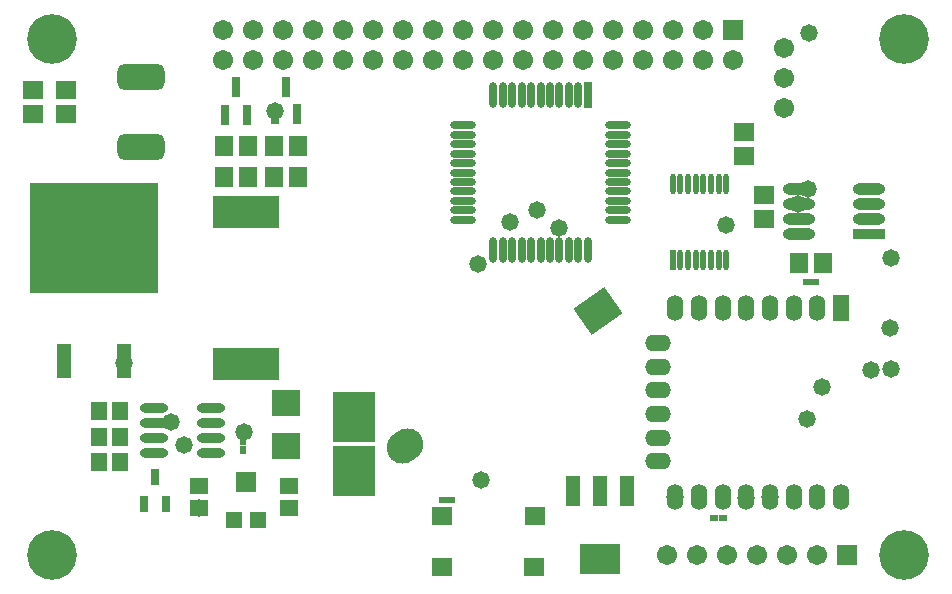
<source format=gts>
G04*
G04 #@! TF.GenerationSoftware,Altium Limited,Altium Designer,18.1.11 (251)*
G04*
G04 Layer_Color=8388736*
%FSLAX25Y25*%
%MOIN*%
G70*
G01*
G75*
%ADD15R,0.03162X0.05328*%
%ADD16R,0.05524X0.06312*%
%ADD17R,0.09400X0.08800*%
%ADD18R,0.22060X0.10800*%
%ADD19R,0.01981X0.02769*%
%ADD20R,0.05524X0.05524*%
%ADD21R,0.07099X0.06706*%
%ADD22O,0.09461X0.03162*%
%ADD23R,0.06312X0.05524*%
%ADD24R,0.14186X0.16548*%
%ADD25R,0.04737X0.10249*%
%ADD26R,0.13792X0.10249*%
%ADD27R,0.02769X0.01981*%
%ADD28R,0.07099X0.05918*%
G04:AMPARAMS|DCode=29|XSize=126.11mil|YSize=106.42mil|CornerRadius=0mil|HoleSize=0mil|Usage=FLASHONLY|Rotation=215.000|XOffset=0mil|YOffset=0mil|HoleType=Round|Shape=Rectangle|*
%AMROTATEDRECTD29*
4,1,4,0.02113,0.07976,0.08217,-0.00742,-0.02113,-0.07976,-0.08217,0.00742,0.02113,0.07976,0.0*
%
%ADD29ROTATEDRECTD29*%

G04:AMPARAMS|DCode=30|XSize=126.11mil|YSize=106.42mil|CornerRadius=0mil|HoleSize=0mil|Usage=FLASHONLY|Rotation=215.000|XOffset=0mil|YOffset=0mil|HoleType=Round|Shape=Round|*
%AMOVALD30*
21,1,0.01968,0.10642,0.00000,0.00000,215.0*
1,1,0.10642,0.00806,0.00564*
1,1,0.10642,-0.00806,-0.00564*
%
%ADD30OVALD30*%

%ADD31R,0.06706X0.06312*%
%ADD32R,0.01981X0.06706*%
%ADD33O,0.01981X0.06706*%
%ADD34O,0.08674X0.05524*%
%ADD35O,0.05524X0.08674*%
%ADD36R,0.05524X0.08674*%
%ADD37R,0.06312X0.06706*%
%ADD38R,0.03162X0.06509*%
%ADD39R,0.02572X0.08674*%
%ADD40O,0.02572X0.08674*%
%ADD41O,0.08674X0.02572*%
%ADD42O,0.10800X0.03800*%
%ADD43R,0.10800X0.03800*%
%ADD44R,0.05131X0.11430*%
%ADD45R,0.42926X0.37021*%
%ADD46C,0.06706*%
%ADD47R,0.06706X0.06706*%
G04:AMPARAMS|DCode=48|XSize=158mil|YSize=86.74mil|CornerRadius=23.68mil|HoleSize=0mil|Usage=FLASHONLY|Rotation=0.000|XOffset=0mil|YOffset=0mil|HoleType=Round|Shape=RoundedRectangle|*
%AMROUNDEDRECTD48*
21,1,0.15800,0.03937,0,0,0.0*
21,1,0.11063,0.08674,0,0,0.0*
1,1,0.04737,0.05531,-0.01968*
1,1,0.04737,-0.05531,-0.01968*
1,1,0.04737,-0.05531,0.01968*
1,1,0.04737,0.05531,0.01968*
%
%ADD48ROUNDEDRECTD48*%
%ADD49C,0.05800*%
%ADD50C,0.16548*%
D15*
X290784Y335429D02*
D03*
X294524Y326571D02*
D03*
X287044D02*
D03*
D16*
X279043Y357378D02*
D03*
X271957D02*
D03*
Y349000D02*
D03*
X279043D02*
D03*
Y340500D02*
D03*
X271957D02*
D03*
D17*
X334500Y360250D02*
D03*
Y345750D02*
D03*
D18*
X321000Y423697D02*
D03*
Y373303D02*
D03*
D19*
X320000Y344622D02*
D03*
Y347378D02*
D03*
D20*
X317063Y321201D02*
D03*
X324937D02*
D03*
D21*
X321000Y333996D02*
D03*
D22*
X309449Y343500D02*
D03*
Y348500D02*
D03*
Y353500D02*
D03*
Y358500D02*
D03*
X290551Y343500D02*
D03*
Y348500D02*
D03*
Y353500D02*
D03*
Y358500D02*
D03*
D23*
X335500Y325335D02*
D03*
Y332421D02*
D03*
X305500Y325335D02*
D03*
Y332421D02*
D03*
D24*
X357000Y355358D02*
D03*
Y337642D02*
D03*
D25*
X448055Y330917D02*
D03*
X439000D02*
D03*
X429945D02*
D03*
D26*
X439000Y308083D02*
D03*
D27*
X477240Y322000D02*
D03*
X479996D02*
D03*
X510878Y400500D02*
D03*
X508122D02*
D03*
X386622Y327878D02*
D03*
X389378D02*
D03*
D28*
X417000Y305500D02*
D03*
X386500D02*
D03*
X417500Y322500D02*
D03*
X386500D02*
D03*
D29*
X438482Y390988D02*
D03*
D30*
X373982Y345825D02*
D03*
D31*
X493862Y429437D02*
D03*
Y421563D02*
D03*
X487000Y450437D02*
D03*
Y442563D02*
D03*
X261000Y456563D02*
D03*
Y464437D02*
D03*
X250000Y456563D02*
D03*
Y464437D02*
D03*
D32*
X463264Y407830D02*
D03*
D33*
X465823D02*
D03*
X468382D02*
D03*
X470941D02*
D03*
X473500D02*
D03*
X476059D02*
D03*
X478618D02*
D03*
X481177D02*
D03*
X463264Y433027D02*
D03*
X465823D02*
D03*
X468382D02*
D03*
X470941D02*
D03*
X473500D02*
D03*
X476059D02*
D03*
X478618D02*
D03*
X481177D02*
D03*
D34*
X458382Y340740D02*
D03*
Y348614D02*
D03*
Y356488D02*
D03*
Y364362D02*
D03*
Y372236D02*
D03*
Y380110D02*
D03*
D35*
X464256Y329000D02*
D03*
X472130D02*
D03*
X480004D02*
D03*
X487878D02*
D03*
X495752D02*
D03*
X503626D02*
D03*
X511500D02*
D03*
X519374D02*
D03*
X464256Y391992D02*
D03*
X472130D02*
D03*
X480004D02*
D03*
X487878D02*
D03*
X495752D02*
D03*
X503626D02*
D03*
X511500D02*
D03*
D36*
X519374D02*
D03*
D37*
X513339Y407000D02*
D03*
X505465D02*
D03*
X321769Y445949D02*
D03*
X313895D02*
D03*
X338437D02*
D03*
X330563D02*
D03*
X313895Y435449D02*
D03*
X321769D02*
D03*
X330563D02*
D03*
X338437D02*
D03*
D38*
X317832Y465575D02*
D03*
X321572Y456323D02*
D03*
X314092D02*
D03*
X334500Y465626D02*
D03*
X338240Y456374D02*
D03*
X330760D02*
D03*
D39*
X435036Y462787D02*
D03*
D40*
X431886D02*
D03*
X428736D02*
D03*
X425587D02*
D03*
X422437D02*
D03*
X419287D02*
D03*
X416138D02*
D03*
X412988D02*
D03*
X409839D02*
D03*
X406689D02*
D03*
X403539D02*
D03*
Y411213D02*
D03*
X406689D02*
D03*
X409839D02*
D03*
X412988D02*
D03*
X416138D02*
D03*
X419287D02*
D03*
X422437D02*
D03*
X425587D02*
D03*
X428736D02*
D03*
X431886D02*
D03*
X435036D02*
D03*
D41*
X393500Y452748D02*
D03*
Y449598D02*
D03*
Y446449D02*
D03*
Y443299D02*
D03*
Y440150D02*
D03*
Y437000D02*
D03*
Y433850D02*
D03*
Y430701D02*
D03*
Y427551D02*
D03*
Y424402D02*
D03*
Y421252D02*
D03*
X445075D02*
D03*
Y424402D02*
D03*
Y427551D02*
D03*
Y430701D02*
D03*
Y433850D02*
D03*
Y437000D02*
D03*
Y440150D02*
D03*
Y443299D02*
D03*
Y446449D02*
D03*
Y449598D02*
D03*
Y452748D02*
D03*
D42*
X505299Y431500D02*
D03*
Y426500D02*
D03*
Y421500D02*
D03*
Y416500D02*
D03*
X528899Y431500D02*
D03*
Y426500D02*
D03*
Y421500D02*
D03*
D43*
Y416500D02*
D03*
D44*
X260500Y374031D02*
D03*
X280500D02*
D03*
D45*
X270500Y415173D02*
D03*
D46*
X461500Y309500D02*
D03*
X471500D02*
D03*
X481500D02*
D03*
X491500D02*
D03*
X511500D02*
D03*
X501500D02*
D03*
X500350Y458436D02*
D03*
Y468436D02*
D03*
Y478436D02*
D03*
X483500Y474500D02*
D03*
X473500Y484500D02*
D03*
Y474500D02*
D03*
X463500Y484500D02*
D03*
Y474500D02*
D03*
X453500Y484500D02*
D03*
Y474500D02*
D03*
X443500Y484500D02*
D03*
Y474500D02*
D03*
X433500Y484500D02*
D03*
Y474500D02*
D03*
X423500Y484500D02*
D03*
Y474500D02*
D03*
X413500Y484500D02*
D03*
Y474500D02*
D03*
X403500Y484500D02*
D03*
Y474500D02*
D03*
X393500Y484500D02*
D03*
Y474500D02*
D03*
X383500Y484500D02*
D03*
Y474500D02*
D03*
X373500Y484500D02*
D03*
Y474500D02*
D03*
X363500Y484500D02*
D03*
Y474500D02*
D03*
X353500Y484500D02*
D03*
Y474500D02*
D03*
X343500Y484500D02*
D03*
Y474500D02*
D03*
X333500Y484500D02*
D03*
Y474500D02*
D03*
X323500Y484500D02*
D03*
Y474500D02*
D03*
X313500Y484500D02*
D03*
Y474500D02*
D03*
D47*
X521500Y309500D02*
D03*
X483500Y484500D02*
D03*
D48*
X286000Y469000D02*
D03*
Y445378D02*
D03*
D49*
X508700Y483500D02*
D03*
X373982Y345825D02*
D03*
X320500Y350500D02*
D03*
X300500Y346325D02*
D03*
X296000Y354000D02*
D03*
X280500Y373500D02*
D03*
X305500Y325335D02*
D03*
X386500Y305500D02*
D03*
X529500Y371244D02*
D03*
X399500Y334500D02*
D03*
X513000Y365500D02*
D03*
X495752Y329000D02*
D03*
X508000Y355000D02*
D03*
X487878Y328378D02*
D03*
X464256Y329000D02*
D03*
X535799Y385240D02*
D03*
X536000Y371500D02*
D03*
X481177Y419500D02*
D03*
X425500Y418500D02*
D03*
X536000Y408389D02*
D03*
X398500Y406500D02*
D03*
X505000Y426500D02*
D03*
X439000Y392000D02*
D03*
X321769Y435449D02*
D03*
X409000Y420500D02*
D03*
X338437Y435449D02*
D03*
X418000Y424500D02*
D03*
X508500Y431500D02*
D03*
X330760Y457500D02*
D03*
X330563Y445949D02*
D03*
D50*
X540500Y481500D02*
D03*
X256500Y309500D02*
D03*
X540500D02*
D03*
X256500Y481500D02*
D03*
M02*

</source>
